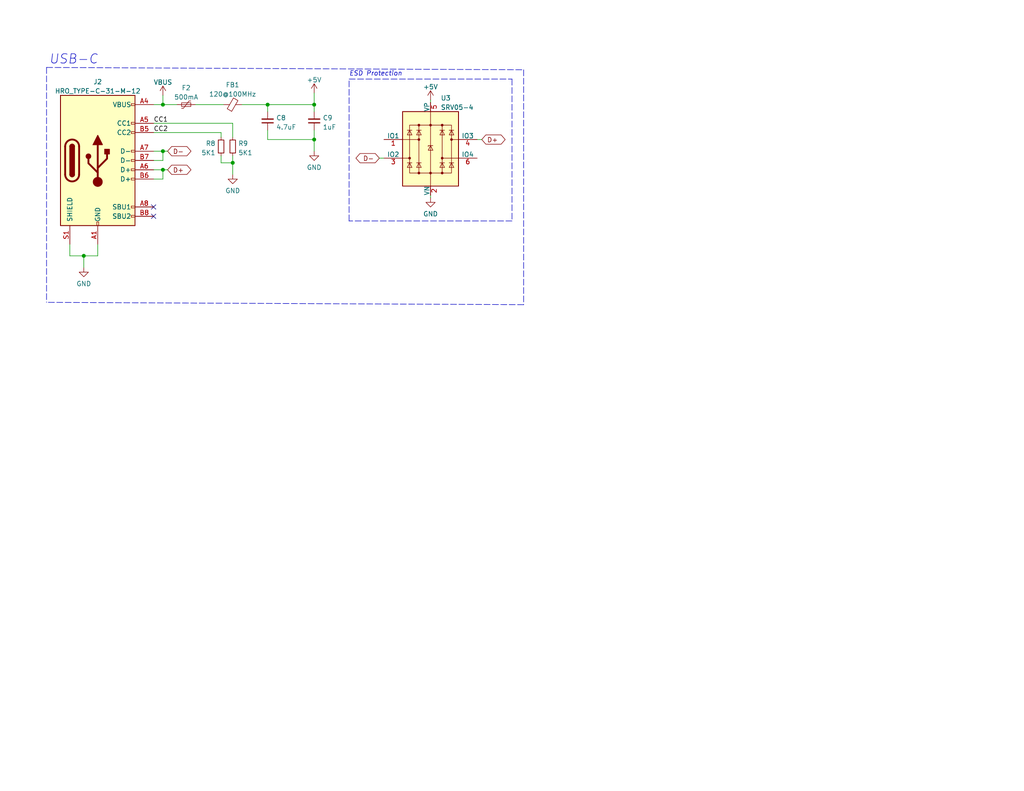
<source format=kicad_sch>
(kicad_sch (version 20211123) (generator eeschema)
  (paper "USLetter")
  (lib_symbols
    (symbol "Connector:USB_C_Receptacle_USB2.0" (pin_names (offset 1.016))
      (property "Reference" "J" (at -10.16 19.05 0))
      (property "Value" "USB_C_Receptacle_USB2.0" (at 19.05 19.05 0))
      (symbol "USB_C_Receptacle_USB2.0_0_0"
        (rectangle (start -0.254 -17.78) (end 0.254 -16.764))
        (rectangle (start 10.16 -14.986) (end 9.144 -15.494))
        (rectangle (start 10.16 -12.446) (end 9.144 -12.954))
        (rectangle (start 10.16 -4.826) (end 9.144 -5.334))
        (rectangle (start 10.16 -2.286) (end 9.144 -2.794))
        (rectangle (start 10.16 0.254) (end 9.144 -0.254))
        (rectangle (start 10.16 2.794) (end 9.144 2.286))
        (rectangle (start 10.16 7.874) (end 9.144 7.366))
        (rectangle (start 10.16 10.414) (end 9.144 9.906))
        (rectangle (start 10.16 15.494) (end 9.144 14.986))
      )
      (symbol "USB_C_Receptacle_USB2.0_0_1"
        (rectangle (start -10.16 17.78) (end 10.16 -17.78) (stroke (width 0.254)) (fill (type background)))
        (arc (start -8.89 -3.81) (mid -6.985 -5.715) (end -5.08 -3.81) (stroke (width 0.508)))
        (arc (start -7.62 -3.81) (mid -6.985 -4.445) (end -6.35 -3.81) (stroke (width 0.254)))
        (arc (start -7.62 -3.81) (mid -6.985 -4.445) (end -6.35 -3.81) (stroke (width 0.254)) (fill (type outline)))
        (rectangle (start -7.62 -3.81) (end -6.35 3.81) (stroke (width 0.254)) (fill (type outline)))
        (arc (start -6.35 3.81) (mid -6.985 4.445) (end -7.62 3.81) (stroke (width 0.254)))
        (arc (start -6.35 3.81) (mid -6.985 4.445) (end -7.62 3.81) (stroke (width 0.254)) (fill (type outline)))
        (arc (start -5.08 3.81) (mid -6.985 5.715) (end -8.89 3.81) (stroke (width 0.508)))
        (circle (center -2.54 1.143) (radius 0.635) (stroke (width 0.254)) (fill (type outline)))
        (circle (center 0 -5.842) (radius 1.27) (fill (type outline)))
        (polyline (pts (xy -8.89 -3.81) (xy -8.89 3.81)) (stroke (width 0.508)))
        (polyline (pts (xy -5.08 3.81) (xy -5.08 -3.81)) (stroke (width 0.508)))
        (polyline (pts (xy 0 -5.842) (xy 0 4.318)) (stroke (width 0.508)))
        (polyline (pts (xy 0 -3.302) (xy -2.54 -0.762) (xy -2.54 0.508)) (stroke (width 0.508)))
        (polyline (pts (xy 0 -2.032) (xy 2.54 0.508) (xy 2.54 1.778)) (stroke (width 0.508)))
        (polyline (pts (xy -1.27 4.318) (xy 0 6.858) (xy 1.27 4.318) (xy -1.27 4.318)) (stroke (width 0.254)) (fill (type outline)))
        (rectangle (start 1.905 1.778) (end 3.175 3.048) (stroke (width 0.254)) (fill (type outline)))
      )
      (symbol "USB_C_Receptacle_USB2.0_1_1"
        (pin passive line (at 0 -22.86 90) (length 5.08) (name "GND") (number "A1"))
        (pin passive line (at 0 -22.86 90) (length 5.08) hide (name "GND") (number "A12"))
        (pin passive line (at 15.24 15.24 180) (length 5.08) (name "VBUS") (number "A4"))
        (pin bidirectional line (at 15.24 10.16 180) (length 5.08) (name "CC1") (number "A5"))
        (pin bidirectional line (at 15.24 -2.54 180) (length 5.08) (name "D+") (number "A6"))
        (pin bidirectional line (at 15.24 2.54 180) (length 5.08) (name "D-") (number "A7"))
        (pin bidirectional line (at 15.24 -12.7 180) (length 5.08) (name "SBU1") (number "A8"))
        (pin passive line (at 15.24 15.24 180) (length 5.08) hide (name "VBUS") (number "A9"))
        (pin passive line (at 0 -22.86 90) (length 5.08) hide (name "GND") (number "B1"))
        (pin passive line (at 0 -22.86 90) (length 5.08) hide (name "GND") (number "B12"))
        (pin passive line (at 15.24 15.24 180) (length 5.08) hide (name "VBUS") (number "B4"))
        (pin bidirectional line (at 15.24 7.62 180) (length 5.08) (name "CC2") (number "B5"))
        (pin bidirectional line (at 15.24 -5.08 180) (length 5.08) (name "D+") (number "B6"))
        (pin bidirectional line (at 15.24 0 180) (length 5.08) (name "D-") (number "B7"))
        (pin bidirectional line (at 15.24 -15.24 180) (length 5.08) (name "SBU2") (number "B8"))
        (pin passive line (at 15.24 15.24 180) (length 5.08) hide (name "VBUS") (number "B9"))
        (pin passive line (at -7.62 -22.86 90) (length 5.08) (name "SHIELD") (number "S1"))
      )
    )
    (symbol "Device:C_Small" (pin_numbers hide) (pin_names (offset 0.254) hide)
      (property "Reference" "C" (at 0.254 1.778 0))
      (property "Value" "C_Small" (at 0.254 -2.032 0))
      (symbol "C_Small_0_1"
        (polyline (pts (xy -1.524 -0.508) (xy 1.524 -0.508)) (stroke (width 0.3302)))
        (polyline (pts (xy -1.524 0.508) (xy 1.524 0.508)) (stroke (width 0.3048)))
      )
      (symbol "C_Small_1_1"
        (pin passive line (at 0 2.54 270) (length 2.032) (name "~") (number "1"))
        (pin passive line (at 0 -2.54 90) (length 2.032) (name "~") (number "2"))
      )
    )
    (symbol "Device:FerriteBead_Small" (pin_numbers hide) (pin_names (offset 0))
      (property "Reference" "FB" (at 1.905 1.27 0))
      (property "Value" "FerriteBead_Small" (at 1.905 -1.27 0))
      (symbol "FerriteBead_Small_0_1"
        (polyline (pts (xy 0 -1.27) (xy 0 -0.7874)))
        (polyline (pts (xy 0 0.889) (xy 0 1.2954)))
        (polyline (pts (xy -1.8288 0.2794) (xy -1.1176 1.4986) (xy 1.8288 -0.2032) (xy 1.1176 -1.4224) (xy -1.8288 0.2794)))
      )
      (symbol "FerriteBead_Small_1_1"
        (pin passive line (at 0 2.54 270) (length 1.27) (name "~") (number "1"))
        (pin passive line (at 0 -2.54 90) (length 1.27) (name "~") (number "2"))
      )
    )
    (symbol "Device:Polyfuse_Small" (pin_numbers hide) (pin_names (offset 0))
      (property "Reference" "F" (at -1.905 0 90))
      (property "Value" "Polyfuse_Small" (at 1.905 0 90))
      (symbol "Polyfuse_Small_0_1"
        (rectangle (start -0.508 1.27) (end 0.508 -1.27))
        (polyline (pts (xy 0 2.54) (xy 0 -2.54)))
        (polyline (pts (xy -1.016 1.27) (xy -1.016 0.762) (xy 1.016 -0.762) (xy 1.016 -1.27)))
      )
      (symbol "Polyfuse_Small_1_1"
        (pin passive line (at 0 2.54 270) (length 0.635) (name "~") (number "1"))
        (pin passive line (at 0 -2.54 90) (length 0.635) (name "~") (number "2"))
      )
    )
    (symbol "Device:R_Small" (pin_numbers hide) (pin_names (offset 0.254) hide)
      (property "Reference" "R" (at 0.762 0.508 0))
      (property "Value" "R_Small" (at 0.762 -1.016 0))
      (symbol "R_Small_0_1"
        (rectangle (start -0.762 1.778) (end 0.762 -1.778) (stroke (width 0.2032)))
      )
      (symbol "R_Small_1_1"
        (pin passive line (at 0 2.54 270) (length 0.762) (name "~") (number "1"))
        (pin passive line (at 0 -2.54 90) (length 0.762) (name "~") (number "2"))
      )
    )
    (symbol "Power_Protection:SRV05-4" (pin_names (offset 0))
      (property "Reference" "U" (at -5.08 11.43 0))
      (property "Value" "SRV05-4" (at 2.54 11.43 0))
      (symbol "SRV05-4_0_0"
        (rectangle (start -5.715 6.477) (end 5.715 -6.604))
        (polyline (pts (xy -3.175 -6.604) (xy -3.175 6.477)))
        (polyline (pts (xy 3.175 6.477) (xy 3.175 -6.604)))
      )
      (symbol "SRV05-4_0_1"
        (rectangle (start -7.62 10.16) (end 7.62 -10.16) (stroke (width 0.254)) (fill (type background)))
        (circle (center -5.715 -2.54) (radius 0.2794) (fill (type outline)))
        (circle (center -3.175 -6.604) (radius 0.2794) (fill (type outline)))
        (circle (center -3.175 2.54) (radius 0.2794) (fill (type outline)))
        (circle (center -3.175 6.477) (radius 0.2794) (fill (type outline)))
        (circle (center 0 -6.604) (radius 0.2794) (fill (type outline)))
        (polyline (pts (xy -7.747 2.54) (xy -3.175 2.54)))
        (polyline (pts (xy -7.62 -2.54) (xy -5.715 -2.54)))
        (polyline (pts (xy -5.08 -3.81) (xy -6.35 -3.81)))
        (polyline (pts (xy -5.08 5.08) (xy -6.35 5.08)))
        (polyline (pts (xy -2.54 -3.81) (xy -3.81 -3.81)))
        (polyline (pts (xy -2.54 5.08) (xy -3.81 5.08)))
        (polyline (pts (xy 0 10.16) (xy 0 -10.16)))
        (polyline (pts (xy 3.81 -3.81) (xy 2.54 -3.81)))
        (polyline (pts (xy 3.81 5.08) (xy 2.54 5.08)))
        (polyline (pts (xy 6.35 -3.81) (xy 5.08 -3.81)))
        (polyline (pts (xy 6.35 5.08) (xy 5.08 5.08)))
        (polyline (pts (xy 7.62 -2.54) (xy 3.175 -2.54)))
        (polyline (pts (xy 7.62 2.54) (xy 5.715 2.54)))
        (polyline (pts (xy 0.635 0.889) (xy -0.635 0.889) (xy -0.635 0.635)))
        (polyline (pts (xy -5.08 -5.08) (xy -6.35 -5.08) (xy -5.715 -3.81) (xy -5.08 -5.08)))
        (polyline (pts (xy -5.08 3.81) (xy -6.35 3.81) (xy -5.715 5.08) (xy -5.08 3.81)))
        (polyline (pts (xy -2.54 -5.08) (xy -3.81 -5.08) (xy -3.175 -3.81) (xy -2.54 -5.08)))
        (polyline (pts (xy -2.54 3.81) (xy -3.81 3.81) (xy -3.175 5.08) (xy -2.54 3.81)))
        (polyline (pts (xy 0.635 -0.381) (xy -0.635 -0.381) (xy 0 0.889) (xy 0.635 -0.381)))
        (polyline (pts (xy 3.81 -5.08) (xy 2.54 -5.08) (xy 3.175 -3.81) (xy 3.81 -5.08)))
        (polyline (pts (xy 3.81 3.81) (xy 2.54 3.81) (xy 3.175 5.08) (xy 3.81 3.81)))
        (polyline (pts (xy 6.35 -5.08) (xy 5.08 -5.08) (xy 5.715 -3.81) (xy 6.35 -5.08)))
        (polyline (pts (xy 6.35 3.81) (xy 5.08 3.81) (xy 5.715 5.08) (xy 6.35 3.81)))
        (circle (center 0 6.477) (radius 0.2794) (fill (type outline)))
        (circle (center 3.175 -6.604) (radius 0.2794) (fill (type outline)))
        (circle (center 3.175 -2.54) (radius 0.2794) (fill (type outline)))
        (circle (center 3.175 6.477) (radius 0.2794) (fill (type outline)))
        (circle (center 5.715 2.54) (radius 0.2794) (fill (type outline)))
      )
      (symbol "SRV05-4_1_1"
        (pin passive line (at -12.7 2.54 0) (length 5.08) (name "IO1") (number "1"))
        (pin passive line (at 0 -12.7 90) (length 2.54) (name "VN") (number "2"))
        (pin passive line (at -12.7 -2.54 0) (length 5.08) (name "IO2") (number "3"))
        (pin passive line (at 12.7 2.54 180) (length 5.08) (name "IO3") (number "4"))
        (pin passive line (at 0 12.7 270) (length 2.54) (name "VP") (number "5"))
        (pin passive line (at 12.7 -2.54 180) (length 5.08) (name "IO4") (number "6"))
      )
    )
    (symbol "power:+5V" (power) (pin_names (offset 0))
      (property "Value" "+5V" (at 0 3.556 0))
      (symbol "+5V_0_1"
        (polyline (pts (xy -0.762 1.27) (xy 0 2.54)))
        (polyline (pts (xy 0 0) (xy 0 2.54)))
        (polyline (pts (xy 0 2.54) (xy 0.762 1.27)))
      )
      (symbol "+5V_1_1"
        (pin power_in line (at 0 0 90) (length 0) hide (name "+5V") (number "1"))
      )
    )
    (symbol "power:GND" (power) (pin_names (offset 0))
      (property "Value" "GND" (at 0 -3.81 0))
      (symbol "GND_0_1"
        (polyline (pts (xy 0 0) (xy 0 -1.27) (xy 1.27 -1.27) (xy 0 -2.54) (xy -1.27 -1.27) (xy 0 -1.27)))
      )
      (symbol "GND_1_1"
        (pin power_in line (at 0 0 270) (length 0) hide (name "GND") (number "1"))
      )
    )
    (symbol "power:VBUS" (power) (pin_names (offset 0))
      (property "Value" "VBUS" (at 0 3.81 0))
      (symbol "VBUS_0_1"
        (polyline (pts (xy -0.762 1.27) (xy 0 2.54)))
        (polyline (pts (xy 0 0) (xy 0 2.54)))
        (polyline (pts (xy 0 2.54) (xy 0.762 1.27)))
      )
      (symbol "VBUS_1_1"
        (pin power_in line (at 0 0 90) (length 0) hide (name "VBUS") (number "1"))
      )
    )
  )
  (junction (at 44.45 46.355))
  (junction (at 73.025 28.575))
  (junction (at 44.45 41.275))
  (junction (at 85.725 38.1))
  (junction (at 63.5 44.45))
  (junction (at 44.45 28.575))
  (junction (at 85.725 28.575))
  (junction (at 22.86 69.85))
  (no_connect (at 41.91 59.055))
  (no_connect (at 41.91 56.515))
  (polyline (pts (xy 139.7 21.59) (xy 139.7 60.325)))
  (wire (pts (xy 117.475 53.34) (xy 117.475 53.975)))
  (wire (pts (xy 44.45 41.275) (xy 45.72 41.275)))
  (wire (pts (xy 85.725 28.575) (xy 85.725 25.4)))
  (wire (pts (xy 73.025 38.1) (xy 85.725 38.1)))
  (wire (pts (xy 44.45 28.575) (xy 44.45 26.035)))
  (wire (pts (xy 130.175 38.1) (xy 131.445 38.1)))
  (polyline (pts (xy 142.875 19.05) (xy 142.875 83.185)))
  (wire (pts (xy 19.05 69.85) (xy 22.86 69.85)))
  (wire (pts (xy 85.725 28.575) (xy 85.725 30.48)))
  (wire (pts (xy 41.91 46.355) (xy 44.45 46.355)))
  (wire (pts (xy 73.025 28.575) (xy 85.725 28.575)))
  (wire (pts (xy 53.34 28.575) (xy 60.96 28.575)))
  (polyline (pts (xy 142.875 83.185) (xy 12.7 82.55)))
  (wire (pts (xy 66.04 28.575) (xy 73.025 28.575)))
  (wire (pts (xy 60.325 36.195) (xy 60.325 37.465)))
  (wire (pts (xy 73.025 35.56) (xy 73.025 38.1)))
  (polyline (pts (xy 95.25 60.325) (xy 95.25 21.59)))
  (wire (pts (xy 44.45 28.575) (xy 41.91 28.575)))
  (wire (pts (xy 60.325 42.545) (xy 60.325 44.45)))
  (wire (pts (xy 41.91 43.815) (xy 44.45 43.815)))
  (wire (pts (xy 41.91 36.195) (xy 60.325 36.195)))
  (wire (pts (xy 22.86 69.85) (xy 26.67 69.85)))
  (wire (pts (xy 104.775 43.18) (xy 103.505 43.18)))
  (wire (pts (xy 22.86 69.85) (xy 22.86 73.025)))
  (wire (pts (xy 85.725 41.275) (xy 85.725 38.1)))
  (wire (pts (xy 117.475 27.305) (xy 117.475 27.94)))
  (wire (pts (xy 63.5 33.655) (xy 63.5 37.465)))
  (polyline (pts (xy 139.7 60.325) (xy 95.25 60.325)))
  (polyline (pts (xy 12.7 18.415) (xy 12.7 82.55)))
  (wire (pts (xy 19.05 66.675) (xy 19.05 69.85)))
  (wire (pts (xy 44.45 28.575) (xy 48.26 28.575)))
  (wire (pts (xy 63.5 42.545) (xy 63.5 44.45)))
  (wire (pts (xy 41.91 33.655) (xy 63.5 33.655)))
  (wire (pts (xy 41.91 48.895) (xy 44.45 48.895)))
  (wire (pts (xy 44.45 46.355) (xy 45.72 46.355)))
  (polyline (pts (xy 95.25 21.59) (xy 139.7 21.59)))
  (wire (pts (xy 44.45 46.355) (xy 44.45 48.895)))
  (polyline (pts (xy 12.7 18.415) (xy 142.875 19.05)))
  (wire (pts (xy 44.45 41.275) (xy 44.45 43.815)))
  (wire (pts (xy 41.91 41.275) (xy 44.45 41.275)))
  (wire (pts (xy 26.67 66.675) (xy 26.67 69.85)))
  (wire (pts (xy 60.325 44.45) (xy 63.5 44.45)))
  (wire (pts (xy 73.025 28.575) (xy 73.025 30.48)))
  (wire (pts (xy 85.725 35.56) (xy 85.725 38.1)))
  (wire (pts (xy 63.5 47.625) (xy 63.5 44.45)))
  (text "ESD Protection\n" (at 95.25 20.955 0) (effects (font (size 1.27 1.27) italic) (justify left bottom)))
  (text "USB-C" (at 13.335 17.78 0) (effects (font (size 2.54 2.54) italic) (justify left bottom)))
  (label "CC2" (at 41.91 36.195 0))
  (label "CC1" (at 41.91 33.655 0))
  (global_label "D-" (shape bidirectional) (at 45.72 41.275 0) (property "Intersheet References" "${INTERSHEET_REFS}" (effects hide)))
  (global_label "D+" (shape bidirectional) (at 131.445 38.1 0) (property "Intersheet References" "${INTERSHEET_REFS}" (effects hide)))
  (global_label "D-" (shape bidirectional) (at 103.505 43.18 180) (property "Intersheet References" "${INTERSHEET_REFS}" (effects hide)))
  (global_label "D+" (shape bidirectional) (at 45.72 46.355 0) (property "Intersheet References" "${INTERSHEET_REFS}" (effects hide)))
  (symbol (lib_id "Device:C_Small") (at 73.025 33.02 180) (unit 1)
    (property "Reference" "C8" (at 75.3491 32.1789 0) (effects (justify right)))
    (property "Value" "4.7uF" (at 75.3491 34.7158 0) (effects (justify right)))
    (property "Footprint" "Capacitor_SMD:C_0402_1005Metric" (effects hide))
  )
  (symbol (lib_id "Device:C_Small") (at 85.725 33.02 180) (unit 1)
    (property "Reference" "C9" (at 88.0491 32.1789 0) (effects (justify right)))
    (property "Value" "1uF" (at 88.0491 34.7158 0) (effects (justify right)))
    (property "Footprint" "Capacitor_SMD:C_0402_1005Metric" (effects hide))
  )
  (symbol (lib_id "power:GND") (at 63.5 47.625 0) (unit 1)
    (property "Reference" "#PWR0127" (effects hide))
    (property "Value" "GND" (at 63.5 52.0684 0))
  )
  (symbol (lib_id "power:+5V") (at 85.725 25.4 0) (unit 1)
    (property "Reference" "#PWR0115" (effects hide))
    (property "Value" "+5V" (at 85.725 21.8242 0))
  )
  (symbol (lib_id "power:GND") (at 85.725 41.275 0) (unit 1)
    (property "Reference" "#PWR0118" (effects hide))
    (property "Value" "GND" (at 85.725 45.7184 0))
  )
  (symbol (lib_id "power:GND") (at 22.86 73.025 0) (unit 1)
    (property "Reference" "#PWR0103" (effects hide))
    (property "Value" "GND" (at 22.86 77.4684 0))
  )
  (symbol (lib_id "power:GND") (at 117.475 53.975 0) (unit 1)
    (property "Reference" "#PWR0116" (effects hide))
    (property "Value" "GND" (at 117.475 58.4184 0))
  )
  (symbol (lib_id "Power_Protection:SRV05-4") (at 117.475 40.64 0) (unit 1)
    (property "Reference" "U3" (at 120.2437 26.7802 0) (effects (justify left)))
    (property "Value" "SRV05-4" (at 120.2437 29.3171 0) (effects (justify left)))
    (property "Footprint" "marbastlib-various:SOT-23-6-routable" (effects hide))
    (property "Datasheet" "http://www.onsemi.com/pub/Collateral/SRV05-4-D.PDF" (effects hide))
  )
  (symbol (lib_id "Device:R_Small") (at 63.5 40.005 0) (unit 1)
    (property "Reference" "R9" (at 64.9986 39.1703 0) (effects (justify left)))
    (property "Value" "5K1" (at 64.9986 41.7072 0) (effects (justify left)))
    (property "Footprint" "Resistor_SMD:R_0402_1005Metric" (effects hide))
  )
  (symbol (lib_id "power:+5V") (at 117.475 27.305 0) (unit 1)
    (property "Reference" "#PWR0114" (effects hide))
    (property "Value" "+5V" (at 117.475 23.7292 0))
  )
  (symbol (lib_id "power:VBUS") (at 44.45 26.035 0) (unit 1)
    (property "Reference" "#PWR0117" (effects hide))
    (property "Value" "VBUS" (at 44.45 22.4592 0))
  )
  (symbol (lib_id "Device:R_Small") (at 60.325 40.005 0) (mirror x) (unit 1)
    (property "Reference" "R8" (at 58.8264 39.1703 0) (effects (justify right)))
    (property "Value" "5K1" (at 58.8264 41.7072 0) (effects (justify right)))
    (property "Footprint" "Resistor_SMD:R_0402_1005Metric" (effects hide))
  )
  (symbol (lib_id "Device:Polyfuse_Small") (at 50.8 28.575 90) (unit 1)
    (property "Reference" "F2" (at 50.8 23.9862 90))
    (property "Value" "500mA" (at 50.8 26.5231 90))
    (property "Footprint" "Fuse:Fuse_0603_1608Metric" (effects hide))
  )
  (symbol (lib_id "Connector:USB_C_Receptacle_USB2.0") (at 26.67 43.815 0) (unit 1)
    (property "Reference" "J2" (at 26.67 22.3352 0))
    (property "Value" "HRO_TYPE-C-31-M-12" (at 26.67 24.8721 0))
    (property "Footprint" "Athena54:USB_C_Receptacle_HRO_TYPE-C-31-M-12 (Reversible)" (effects hide))
    (property "Datasheet" "https://www.usb.org/sites/default/files/documents/usb_type-c.zip" (effects hide))
  )
  (symbol (lib_id "Device:FerriteBead_Small") (at 63.5 28.575 90) (unit 1)
    (property "Reference" "FB1" (at 63.4619 23.1734 90))
    (property "Value" "120@100MHz" (at 63.4619 25.7103 90))
    (property "Footprint" "Inductor_SMD:L_0402_1005Metric" (effects hide))
  )
)
</source>
